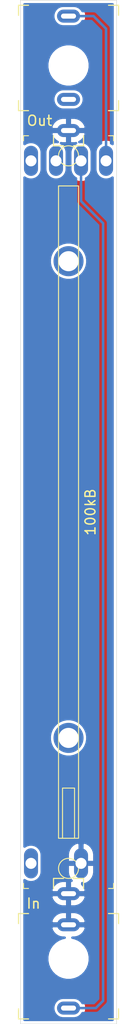
<source format=kicad_pcb>
(kicad_pcb (version 20171130) (host pcbnew "(5.1.9)-1")

  (general
    (thickness 1.6)
    (drawings 4)
    (tracks 9)
    (zones 0)
    (modules 3)
    (nets 4)
  )

  (page A4)
  (layers
    (0 F.Cu signal)
    (31 B.Cu signal)
    (32 B.Adhes user)
    (33 F.Adhes user)
    (34 B.Paste user)
    (35 F.Paste user)
    (36 B.SilkS user)
    (37 F.SilkS user)
    (38 B.Mask user)
    (39 F.Mask user)
    (40 Dwgs.User user)
    (41 Cmts.User user)
    (42 Eco1.User user)
    (43 Eco2.User user)
    (44 Edge.Cuts user)
    (45 Margin user)
    (46 B.CrtYd user)
    (47 F.CrtYd user)
    (48 B.Fab user)
    (49 F.Fab user)
  )

  (setup
    (last_trace_width 0.25)
    (trace_clearance 0.2)
    (zone_clearance 0.254)
    (zone_45_only no)
    (trace_min 0.2)
    (via_size 0.8)
    (via_drill 0.4)
    (via_min_size 0.4)
    (via_min_drill 0.3)
    (uvia_size 0.3)
    (uvia_drill 0.1)
    (uvias_allowed no)
    (uvia_min_size 0.2)
    (uvia_min_drill 0.1)
    (edge_width 0.05)
    (segment_width 0.2)
    (pcb_text_width 0.3)
    (pcb_text_size 1.5 1.5)
    (mod_edge_width 0.12)
    (mod_text_size 1 1)
    (mod_text_width 0.15)
    (pad_size 1.524 1.524)
    (pad_drill 0.762)
    (pad_to_mask_clearance 0)
    (aux_axis_origin 0 0)
    (visible_elements 7FFFFFFF)
    (pcbplotparams
      (layerselection 0x010f0_ffffffff)
      (usegerberextensions false)
      (usegerberattributes false)
      (usegerberadvancedattributes false)
      (creategerberjobfile false)
      (excludeedgelayer true)
      (linewidth 0.100000)
      (plotframeref false)
      (viasonmask false)
      (mode 1)
      (useauxorigin false)
      (hpglpennumber 1)
      (hpglpenspeed 20)
      (hpglpendiameter 15.000000)
      (psnegative false)
      (psa4output false)
      (plotreference false)
      (plotvalue false)
      (plotinvisibletext false)
      (padsonsilk false)
      (subtractmaskfromsilk false)
      (outputformat 1)
      (mirror false)
      (drillshape 0)
      (scaleselection 1)
      (outputdirectory "plots/"))
  )

  (net 0 "")
  (net 1 "Net-(J1-PadT)")
  (net 2 "Net-(J2-PadT)")
  (net 3 GND)

  (net_class Default "This is the default net class."
    (clearance 0.2)
    (trace_width 0.25)
    (via_dia 0.8)
    (via_drill 0.4)
    (uvia_dia 0.3)
    (uvia_drill 0.1)
    (add_net GND)
    (add_net "Net-(J1-PadT)")
    (add_net "Net-(J2-PadT)")
    (add_net "Net-(J2-PadTN)")
    (add_net "Net-(RV1-Pad4)")
    (add_net "Net-(RV1-Pad5)")
    (add_net "Net-(RV1-Pad6)")
  )

  (module Potentiometer_Fader_THT:Potentiometer_Fader_Alps_RS__01_Dual (layer F.Cu) (tedit 604DE455) (tstamp 604E2BC8)
    (at 4.8 51 270)
    (path /604DDB8D)
    (fp_text reference RV1 (at 0 3 90) (layer Dwgs.User)
      (effects (font (size 1 1) (thickness 0.15)))
    )
    (fp_text value 100kB (at 0 -2.185 90) (layer F.SilkS)
      (effects (font (size 1 1) (thickness 0.15)))
    )
    (fp_line (start -37.5 -4.5) (end 37.5 -4.5) (layer F.Fab) (width 0.1))
    (fp_line (start 37.5 -4.5) (end 37.5 4.5) (layer F.Fab) (width 0.1))
    (fp_line (start 37.5 4.5) (end -37.5 4.5) (layer F.Fab) (width 0.1))
    (fp_line (start -37.5 4.5) (end -37.5 -4.5) (layer F.Fab) (width 0.1))
    (fp_circle (center -35.5 0) (end -34.5 0) (layer F.SilkS) (width 0.1))
    (fp_circle (center 35.5 0) (end 36.5 0) (layer F.SilkS) (width 0.1))
    (fp_line (start -32.5 -1) (end 32.5 -1) (layer F.SilkS) (width 0.1))
    (fp_line (start 32.5 -1) (end 32.5 1) (layer F.SilkS) (width 0.1))
    (fp_line (start -32.5 1) (end 32.5 1) (layer F.SilkS) (width 0.1))
    (fp_line (start -32.5 1) (end -32.5 -1) (layer F.SilkS) (width 0.1))
    (fp_line (start 27.5 -0.6) (end 32.5 -0.6) (layer F.SilkS) (width 0.1))
    (fp_line (start 27.5 0.6) (end 32.5 0.6) (layer F.SilkS) (width 0.1))
    (fp_line (start 27.5 0.6) (end 27.5 -0.6) (layer F.SilkS) (width 0.1))
    (fp_line (start -37.5 -4.5) (end -37 -4.5) (layer F.SilkS) (width 0.1))
    (fp_line (start -37.5 -4.5) (end -37.5 -4) (layer F.SilkS) (width 0.1))
    (fp_line (start -37.5 4.5) (end -37.5 4) (layer F.SilkS) (width 0.1))
    (fp_line (start -37.5 4.5) (end -37 4.5) (layer F.SilkS) (width 0.1))
    (fp_line (start 37.5 -4.5) (end 37.5 -4) (layer F.SilkS) (width 0.1))
    (fp_line (start 37.5 -4.5) (end 37 -4.5) (layer F.SilkS) (width 0.1))
    (fp_line (start 37.5 4.5) (end 37.5 4) (layer F.SilkS) (width 0.1))
    (fp_line (start 37.5 4.5) (end 37 4.5) (layer F.SilkS) (width 0.1))
    (pad 6 thru_hole oval (at 35 3.75 270) (size 3 1.4) (drill 1.1) (layers *.Cu *.Mask))
    (pad 3 thru_hole oval (at 35 -1.25 270) (size 3 1.4) (drill 1.1) (layers *.Cu *.Mask)
      (net 3 GND))
    (pad 4 thru_hole oval (at -35 3.75 270) (size 3 1.4) (drill 1.1) (layers *.Cu *.Mask))
    (pad 5 thru_hole oval (at -35 1.25 270) (size 3 1.4) (drill 1.1) (layers *.Cu *.Mask))
    (pad 1 thru_hole oval (at -35 -1.25 270) (size 3 1.4) (drill 1.1) (layers *.Cu *.Mask)
      (net 1 "Net-(J1-PadT)"))
    (pad 2 thru_hole oval (at -35 -3.75 270) (size 3 1.4) (drill 1.1) (layers *.Cu *.Mask)
      (net 2 "Net-(J2-PadT)"))
    (pad GND thru_hole circle (at 22.5 0 270) (size 3 3) (drill 2) (layers *.Cu *.Mask))
    (pad GND thru_hole circle (at -25 0 270) (size 3 3) (drill 2) (layers *.Cu *.Mask))
  )

  (module Connector_Audio_PJSeries:PJ-301-M-12 (layer F.Cu) (tedit 60374E87) (tstamp 604E2D64)
    (at 4.8 6.5)
    (path /604DF403)
    (fp_text reference J2 (at 6 0 90) (layer Dwgs.User)
      (effects (font (size 1 1) (thickness 0.15)))
    )
    (fp_text value Out (at -2.895 5.5 180) (layer F.SilkS)
      (effects (font (size 1 1) (thickness 0.15)))
    )
    (fp_line (start 1.5 8) (end 1.5 7) (layer F.SilkS) (width 0.12))
    (fp_line (start 0.5 8) (end 1.5 8) (layer F.SilkS) (width 0.12))
    (fp_line (start -1.5 8) (end -0.5 8) (layer F.SilkS) (width 0.12))
    (fp_line (start -1.5 7) (end -1.5 8) (layer F.SilkS) (width 0.12))
    (fp_line (start -5 -6) (end 5 -6) (layer F.Fab) (width 0.12))
    (fp_line (start 5 -6) (end 5 4.5) (layer F.Fab) (width 0.12))
    (fp_line (start 5 4.5) (end -5 4.5) (layer F.Fab) (width 0.12))
    (fp_line (start -5 4.5) (end -5 -6) (layer F.Fab) (width 0.12))
    (fp_circle (center 0 0) (end 3 0) (layer F.Fab) (width 0.12))
    (fp_line (start 4 -6) (end 5 -6) (layer F.SilkS) (width 0.12))
    (fp_line (start 5 -6) (end 5 -5) (layer F.SilkS) (width 0.12))
    (fp_line (start -4 -6) (end -5 -6) (layer F.SilkS) (width 0.12))
    (fp_line (start -5 -6) (end -5 -5) (layer F.SilkS) (width 0.12))
    (fp_line (start -5 3.5) (end -5 4.5) (layer F.SilkS) (width 0.12))
    (fp_line (start -5 4.5) (end -4 4.5) (layer F.SilkS) (width 0.12))
    (fp_line (start 5 3.5) (end 5 4.5) (layer F.SilkS) (width 0.12))
    (fp_line (start 5 4.5) (end 4 4.5) (layer F.SilkS) (width 0.12))
    (fp_line (start -1.5 4.5) (end -1.5 8) (layer F.Fab) (width 0.12))
    (fp_line (start -1.5 8) (end 1.5 8) (layer F.Fab) (width 0.12))
    (fp_line (start 1.5 8) (end 1.5 4.5) (layer F.Fab) (width 0.12))
    (pad T thru_hole oval (at 0 -4.92) (size 2.3 1.3) (drill oval 1.5 0.5) (layers *.Cu *.Mask)
      (net 2 "Net-(J2-PadT)"))
    (pad TN thru_hole oval (at 0 3.38) (size 2.3 1.3) (drill oval 1.5 0.5) (layers *.Cu *.Mask))
    (pad S thru_hole oval (at 0 6.48) (size 2.3 1.3) (drill oval 1.5 0.5) (layers *.Cu *.Mask)
      (net 3 GND))
    (pad "" np_thru_hole circle (at 0 0) (size 3.5 3.5) (drill 3.5) (layers *.Cu *.Mask))
  )

  (module Connector_Audio_PJSeries:PJ-301-M-12 (layer F.Cu) (tedit 60374E87) (tstamp 604E2D48)
    (at 4.8 95.5 180)
    (path /604DD408)
    (fp_text reference J1 (at 6 0 90) (layer Dwgs.User)
      (effects (font (size 1 1) (thickness 0.15)))
    )
    (fp_text value In (at 3.5 5.5 180) (layer F.SilkS)
      (effects (font (size 1 1) (thickness 0.15)))
    )
    (fp_line (start 1.5 8) (end 1.5 7) (layer F.SilkS) (width 0.12))
    (fp_line (start 0.5 8) (end 1.5 8) (layer F.SilkS) (width 0.12))
    (fp_line (start -1.5 8) (end -0.5 8) (layer F.SilkS) (width 0.12))
    (fp_line (start -1.5 7) (end -1.5 8) (layer F.SilkS) (width 0.12))
    (fp_line (start -5 -6) (end 5 -6) (layer F.Fab) (width 0.12))
    (fp_line (start 5 -6) (end 5 4.5) (layer F.Fab) (width 0.12))
    (fp_line (start 5 4.5) (end -5 4.5) (layer F.Fab) (width 0.12))
    (fp_line (start -5 4.5) (end -5 -6) (layer F.Fab) (width 0.12))
    (fp_circle (center 0 0) (end 3 0) (layer F.Fab) (width 0.12))
    (fp_line (start 4 -6) (end 5 -6) (layer F.SilkS) (width 0.12))
    (fp_line (start 5 -6) (end 5 -5) (layer F.SilkS) (width 0.12))
    (fp_line (start -4 -6) (end -5 -6) (layer F.SilkS) (width 0.12))
    (fp_line (start -5 -6) (end -5 -5) (layer F.SilkS) (width 0.12))
    (fp_line (start -5 3.5) (end -5 4.5) (layer F.SilkS) (width 0.12))
    (fp_line (start -5 4.5) (end -4 4.5) (layer F.SilkS) (width 0.12))
    (fp_line (start 5 3.5) (end 5 4.5) (layer F.SilkS) (width 0.12))
    (fp_line (start 5 4.5) (end 4 4.5) (layer F.SilkS) (width 0.12))
    (fp_line (start -1.5 4.5) (end -1.5 8) (layer F.Fab) (width 0.12))
    (fp_line (start -1.5 8) (end 1.5 8) (layer F.Fab) (width 0.12))
    (fp_line (start 1.5 8) (end 1.5 4.5) (layer F.Fab) (width 0.12))
    (pad T thru_hole oval (at 0 -4.92 180) (size 2.3 1.3) (drill oval 1.5 0.5) (layers *.Cu *.Mask)
      (net 1 "Net-(J1-PadT)"))
    (pad TN thru_hole oval (at 0 3.38 180) (size 2.3 1.3) (drill oval 1.5 0.5) (layers *.Cu *.Mask)
      (net 3 GND))
    (pad S thru_hole oval (at 0 6.48 180) (size 2.3 1.3) (drill oval 1.5 0.5) (layers *.Cu *.Mask)
      (net 3 GND))
    (pad "" np_thru_hole circle (at 0 0 180) (size 3.5 3.5) (drill 3.5) (layers *.Cu *.Mask))
  )

  (gr_line (start 0 0) (end 0 102) (layer Edge.Cuts) (width 0.05) (tstamp 604E2FDC))
  (gr_line (start 0 102) (end 9.6 102) (layer Edge.Cuts) (width 0.05))
  (gr_line (start 9.6 0) (end 9.6 102) (layer Edge.Cuts) (width 0.05))
  (gr_line (start 0 0) (end 9.6 0) (layer Edge.Cuts) (width 0.05))

  (segment (start 7.53 100.42) (end 4.8 100.42) (width 0.25) (layer B.Cu) (net 1))
  (segment (start 8.255 99.695) (end 7.53 100.42) (width 0.25) (layer B.Cu) (net 1))
  (segment (start 8.255 22.225) (end 8.255 99.695) (width 0.25) (layer B.Cu) (net 1))
  (segment (start 6.05 20.02) (end 8.255 22.225) (width 0.25) (layer B.Cu) (net 1))
  (segment (start 6.05 16) (end 6.05 20.02) (width 0.25) (layer B.Cu) (net 1))
  (segment (start 8.55 16) (end 8.55 2.835) (width 0.25) (layer B.Cu) (net 2))
  (segment (start 8.55 2.835) (end 7.62 1.905) (width 0.25) (layer B.Cu) (net 2))
  (segment (start 4.8 1.58) (end 7.295 1.58) (width 0.25) (layer B.Cu) (net 2))
  (segment (start 7.295 1.58) (end 7.62 1.905) (width 0.25) (layer B.Cu) (net 2))

  (zone (net 3) (net_name GND) (layer F.Cu) (tstamp 604E36C5) (hatch edge 0.508)
    (connect_pads (clearance 0.508))
    (min_thickness 0.254)
    (fill yes (arc_segments 32) (thermal_gap 0.508) (thermal_bridge_width 0.508))
    (polygon
      (pts
        (xy 9.6 102) (xy 0 102) (xy 0 0) (xy 9.6 0)
      )
    )
    (filled_polygon
      (pts
        (xy 7.310653 17.313353) (xy 7.434618 17.545274) (xy 7.601445 17.748555) (xy 7.804725 17.915382) (xy 8.036646 18.039347)
        (xy 8.288294 18.115683) (xy 8.55 18.141459) (xy 8.811705 18.115683) (xy 8.94 18.076765) (xy 8.940001 101.34)
        (xy 6.204533 101.34) (xy 6.213028 101.333028) (xy 6.373608 101.137362) (xy 6.492929 100.914127) (xy 6.566407 100.671904)
        (xy 6.591217 100.42) (xy 6.566407 100.168096) (xy 6.492929 99.925873) (xy 6.373608 99.702638) (xy 6.213028 99.506972)
        (xy 6.017362 99.346392) (xy 5.794127 99.227071) (xy 5.551904 99.153593) (xy 5.363123 99.135) (xy 4.236877 99.135)
        (xy 4.048096 99.153593) (xy 3.805873 99.227071) (xy 3.582638 99.346392) (xy 3.386972 99.506972) (xy 3.226392 99.702638)
        (xy 3.107071 99.925873) (xy 3.033593 100.168096) (xy 3.008783 100.42) (xy 3.033593 100.671904) (xy 3.107071 100.914127)
        (xy 3.226392 101.137362) (xy 3.386972 101.333028) (xy 3.395467 101.34) (xy 0.66 101.34) (xy 0.66 95.265098)
        (xy 2.415 95.265098) (xy 2.415 95.734902) (xy 2.506654 96.195679) (xy 2.68644 96.629721) (xy 2.94745 97.020349)
        (xy 3.279651 97.35255) (xy 3.670279 97.61356) (xy 4.104321 97.793346) (xy 4.565098 97.885) (xy 5.034902 97.885)
        (xy 5.495679 97.793346) (xy 5.929721 97.61356) (xy 6.320349 97.35255) (xy 6.65255 97.020349) (xy 6.91356 96.629721)
        (xy 7.093346 96.195679) (xy 7.185 95.734902) (xy 7.185 95.265098) (xy 7.093346 94.804321) (xy 6.91356 94.370279)
        (xy 6.65255 93.979651) (xy 6.320349 93.64745) (xy 5.929721 93.38644) (xy 5.765135 93.318266) (xy 5.909081 93.258585)
        (xy 6.119505 93.117882) (xy 6.298436 92.93883) (xy 6.438997 92.728311) (xy 6.535787 92.494415) (xy 6.543099 92.445471)
        (xy 6.419067 92.247) (xy 4.927 92.247) (xy 4.927 92.267) (xy 4.673 92.267) (xy 4.673 92.247)
        (xy 3.180933 92.247) (xy 3.056901 92.445471) (xy 3.064213 92.494415) (xy 3.161003 92.728311) (xy 3.301564 92.93883)
        (xy 3.480495 93.117882) (xy 3.690919 93.258585) (xy 3.834865 93.318266) (xy 3.670279 93.38644) (xy 3.279651 93.64745)
        (xy 2.94745 93.979651) (xy 2.68644 94.370279) (xy 2.506654 94.804321) (xy 2.415 95.265098) (xy 0.66 95.265098)
        (xy 0.66 91.794529) (xy 3.056901 91.794529) (xy 3.180933 91.993) (xy 4.673 91.993) (xy 4.673 90.835)
        (xy 4.927 90.835) (xy 4.927 91.993) (xy 6.419067 91.993) (xy 6.543099 91.794529) (xy 6.535787 91.745585)
        (xy 6.438997 91.511689) (xy 6.298436 91.30117) (xy 6.119505 91.122118) (xy 5.909081 90.981415) (xy 5.675251 90.884467)
        (xy 5.427 90.835) (xy 4.927 90.835) (xy 4.673 90.835) (xy 4.173 90.835) (xy 3.924749 90.884467)
        (xy 3.690919 90.981415) (xy 3.480495 91.122118) (xy 3.301564 91.30117) (xy 3.161003 91.511689) (xy 3.064213 91.745585)
        (xy 3.056901 91.794529) (xy 0.66 91.794529) (xy 0.66 89.345471) (xy 3.056901 89.345471) (xy 3.064213 89.394415)
        (xy 3.161003 89.628311) (xy 3.301564 89.83883) (xy 3.480495 90.017882) (xy 3.690919 90.158585) (xy 3.924749 90.255533)
        (xy 4.173 90.305) (xy 4.673 90.305) (xy 4.673 89.147) (xy 4.927 89.147) (xy 4.927 90.305)
        (xy 5.427 90.305) (xy 5.675251 90.255533) (xy 5.909081 90.158585) (xy 6.119505 90.017882) (xy 6.298436 89.83883)
        (xy 6.438997 89.628311) (xy 6.535787 89.394415) (xy 6.543099 89.345471) (xy 6.419067 89.147) (xy 4.927 89.147)
        (xy 4.673 89.147) (xy 3.180933 89.147) (xy 3.056901 89.345471) (xy 0.66 89.345471) (xy 0.66 88.694529)
        (xy 3.056901 88.694529) (xy 3.180933 88.893) (xy 4.673 88.893) (xy 4.673 87.735) (xy 4.173 87.735)
        (xy 3.924749 87.784467) (xy 3.690919 87.881415) (xy 3.480495 88.022118) (xy 3.301564 88.20117) (xy 3.161003 88.411689)
        (xy 3.064213 88.645585) (xy 3.056901 88.694529) (xy 0.66 88.694529) (xy 0.66 88.076766) (xy 0.788294 88.115683)
        (xy 1.05 88.141459) (xy 1.311705 88.115683) (xy 1.563353 88.039347) (xy 1.795274 87.915382) (xy 1.998555 87.748555)
        (xy 2.165382 87.545275) (xy 2.289347 87.313354) (xy 2.365683 87.061706) (xy 2.385 86.865579) (xy 2.385 86.127)
        (xy 4.715 86.127) (xy 4.715 86.927) (xy 4.765428 87.185005) (xy 4.865221 87.428215) (xy 5.010545 87.647283)
        (xy 5.09768 87.735) (xy 4.927 87.735) (xy 4.927 88.893) (xy 6.419067 88.893) (xy 6.543099 88.694529)
        (xy 6.535787 88.645585) (xy 6.438997 88.411689) (xy 6.298436 88.20117) (xy 6.177002 88.079654) (xy 6.177002 87.969375)
        (xy 6.383329 88.092716) (xy 6.44355 88.08198) (xy 6.68609 87.980569) (xy 6.904185 87.83379) (xy 7.089455 87.647283)
        (xy 7.234779 87.428215) (xy 7.334572 87.185005) (xy 7.385 86.927) (xy 7.385 86.127) (xy 6.177 86.127)
        (xy 6.177 86.147) (xy 5.923 86.147) (xy 5.923 86.127) (xy 4.715 86.127) (xy 2.385 86.127)
        (xy 2.385 85.134421) (xy 2.378951 85.073) (xy 4.715 85.073) (xy 4.715 85.873) (xy 5.923 85.873)
        (xy 5.923 84.030626) (xy 6.177 84.030626) (xy 6.177 85.873) (xy 7.385 85.873) (xy 7.385 85.073)
        (xy 7.334572 84.814995) (xy 7.234779 84.571785) (xy 7.089455 84.352717) (xy 6.904185 84.16621) (xy 6.68609 84.019431)
        (xy 6.44355 83.91802) (xy 6.383329 83.907284) (xy 6.177 84.030626) (xy 5.923 84.030626) (xy 5.716671 83.907284)
        (xy 5.65645 83.91802) (xy 5.41391 84.019431) (xy 5.195815 84.16621) (xy 5.010545 84.352717) (xy 4.865221 84.571785)
        (xy 4.765428 84.814995) (xy 4.715 85.073) (xy 2.378951 85.073) (xy 2.365683 84.938294) (xy 2.289347 84.686646)
        (xy 2.165382 84.454725) (xy 1.998555 84.251445) (xy 1.795275 84.084618) (xy 1.563354 83.960653) (xy 1.311706 83.884317)
        (xy 1.05 83.858541) (xy 0.788295 83.884317) (xy 0.66 83.923235) (xy 0.66 73.289721) (xy 2.665 73.289721)
        (xy 2.665 73.710279) (xy 2.747047 74.122756) (xy 2.907988 74.511302) (xy 3.141637 74.860983) (xy 3.439017 75.158363)
        (xy 3.788698 75.392012) (xy 4.177244 75.552953) (xy 4.589721 75.635) (xy 5.010279 75.635) (xy 5.422756 75.552953)
        (xy 5.811302 75.392012) (xy 6.160983 75.158363) (xy 6.458363 74.860983) (xy 6.692012 74.511302) (xy 6.852953 74.122756)
        (xy 6.935 73.710279) (xy 6.935 73.289721) (xy 6.852953 72.877244) (xy 6.692012 72.488698) (xy 6.458363 72.139017)
        (xy 6.160983 71.841637) (xy 5.811302 71.607988) (xy 5.422756 71.447047) (xy 5.010279 71.365) (xy 4.589721 71.365)
        (xy 4.177244 71.447047) (xy 3.788698 71.607988) (xy 3.439017 71.841637) (xy 3.141637 72.139017) (xy 2.907988 72.488698)
        (xy 2.747047 72.877244) (xy 2.665 73.289721) (xy 0.66 73.289721) (xy 0.66 25.789721) (xy 2.665 25.789721)
        (xy 2.665 26.210279) (xy 2.747047 26.622756) (xy 2.907988 27.011302) (xy 3.141637 27.360983) (xy 3.439017 27.658363)
        (xy 3.788698 27.892012) (xy 4.177244 28.052953) (xy 4.589721 28.135) (xy 5.010279 28.135) (xy 5.422756 28.052953)
        (xy 5.811302 27.892012) (xy 6.160983 27.658363) (xy 6.458363 27.360983) (xy 6.692012 27.011302) (xy 6.852953 26.622756)
        (xy 6.935 26.210279) (xy 6.935 25.789721) (xy 6.852953 25.377244) (xy 6.692012 24.988698) (xy 6.458363 24.639017)
        (xy 6.160983 24.341637) (xy 5.811302 24.107988) (xy 5.422756 23.947047) (xy 5.010279 23.865) (xy 4.589721 23.865)
        (xy 4.177244 23.947047) (xy 3.788698 24.107988) (xy 3.439017 24.341637) (xy 3.141637 24.639017) (xy 2.907988 24.988698)
        (xy 2.747047 25.377244) (xy 2.665 25.789721) (xy 0.66 25.789721) (xy 0.66 18.076766) (xy 0.788294 18.115683)
        (xy 1.05 18.141459) (xy 1.311705 18.115683) (xy 1.563353 18.039347) (xy 1.795274 17.915382) (xy 1.998555 17.748555)
        (xy 2.165382 17.545275) (xy 2.289347 17.313354) (xy 2.3 17.278235) (xy 2.310653 17.313353) (xy 2.434618 17.545274)
        (xy 2.601445 17.748555) (xy 2.804725 17.915382) (xy 3.036646 18.039347) (xy 3.288294 18.115683) (xy 3.55 18.141459)
        (xy 3.811705 18.115683) (xy 4.063353 18.039347) (xy 4.295274 17.915382) (xy 4.498555 17.748555) (xy 4.665382 17.545275)
        (xy 4.789347 17.313354) (xy 4.8 17.278235) (xy 4.810653 17.313353) (xy 4.934618 17.545274) (xy 5.101445 17.748555)
        (xy 5.304725 17.915382) (xy 5.536646 18.039347) (xy 5.788294 18.115683) (xy 6.05 18.141459) (xy 6.311705 18.115683)
        (xy 6.563353 18.039347) (xy 6.795274 17.915382) (xy 6.998555 17.748555) (xy 7.165382 17.545275) (xy 7.289347 17.313354)
        (xy 7.3 17.278235)
      )
    )
    (filled_polygon
      (pts
        (xy 3.386972 0.666972) (xy 3.226392 0.862638) (xy 3.107071 1.085873) (xy 3.033593 1.328096) (xy 3.008783 1.58)
        (xy 3.033593 1.831904) (xy 3.107071 2.074127) (xy 3.226392 2.297362) (xy 3.386972 2.493028) (xy 3.582638 2.653608)
        (xy 3.805873 2.772929) (xy 4.048096 2.846407) (xy 4.236877 2.865) (xy 5.363123 2.865) (xy 5.551904 2.846407)
        (xy 5.794127 2.772929) (xy 6.017362 2.653608) (xy 6.213028 2.493028) (xy 6.373608 2.297362) (xy 6.492929 2.074127)
        (xy 6.566407 1.831904) (xy 6.591217 1.58) (xy 6.566407 1.328096) (xy 6.492929 1.085873) (xy 6.373608 0.862638)
        (xy 6.213028 0.666972) (xy 6.204533 0.66) (xy 8.94 0.66) (xy 8.94 13.923234) (xy 8.811706 13.884317)
        (xy 8.55 13.858541) (xy 8.288295 13.884317) (xy 8.036647 13.960653) (xy 7.804726 14.084618) (xy 7.601446 14.251445)
        (xy 7.434619 14.454725) (xy 7.310654 14.686646) (xy 7.3 14.721766) (xy 7.289347 14.686646) (xy 7.165382 14.454725)
        (xy 6.998555 14.251445) (xy 6.795275 14.084618) (xy 6.563354 13.960653) (xy 6.311706 13.884317) (xy 6.221851 13.875467)
        (xy 6.298436 13.79883) (xy 6.438997 13.588311) (xy 6.535787 13.354415) (xy 6.543099 13.305471) (xy 6.419067 13.107)
        (xy 4.927 13.107) (xy 4.927 14.265) (xy 5.090322 14.265) (xy 4.934619 14.454725) (xy 4.810654 14.686646)
        (xy 4.8 14.721766) (xy 4.789347 14.686646) (xy 4.665382 14.454725) (xy 4.509679 14.265) (xy 4.673 14.265)
        (xy 4.673 13.107) (xy 3.180933 13.107) (xy 3.056901 13.305471) (xy 3.064213 13.354415) (xy 3.161003 13.588311)
        (xy 3.301564 13.79883) (xy 3.378149 13.875467) (xy 3.288295 13.884317) (xy 3.036647 13.960653) (xy 2.804726 14.084618)
        (xy 2.601446 14.251445) (xy 2.434619 14.454725) (xy 2.310654 14.686646) (xy 2.3 14.721766) (xy 2.289347 14.686646)
        (xy 2.165382 14.454725) (xy 1.998555 14.251445) (xy 1.795275 14.084618) (xy 1.563354 13.960653) (xy 1.311706 13.884317)
        (xy 1.05 13.858541) (xy 0.788295 13.884317) (xy 0.66 13.923235) (xy 0.66 12.654529) (xy 3.056901 12.654529)
        (xy 3.180933 12.853) (xy 4.673 12.853) (xy 4.673 11.695) (xy 4.927 11.695) (xy 4.927 12.853)
        (xy 6.419067 12.853) (xy 6.543099 12.654529) (xy 6.535787 12.605585) (xy 6.438997 12.371689) (xy 6.298436 12.16117)
        (xy 6.119505 11.982118) (xy 5.909081 11.841415) (xy 5.675251 11.744467) (xy 5.427 11.695) (xy 4.927 11.695)
        (xy 4.673 11.695) (xy 4.173 11.695) (xy 3.924749 11.744467) (xy 3.690919 11.841415) (xy 3.480495 11.982118)
        (xy 3.301564 12.16117) (xy 3.161003 12.371689) (xy 3.064213 12.605585) (xy 3.056901 12.654529) (xy 0.66 12.654529)
        (xy 0.66 6.265098) (xy 2.415 6.265098) (xy 2.415 6.734902) (xy 2.506654 7.195679) (xy 2.68644 7.629721)
        (xy 2.94745 8.020349) (xy 3.279651 8.35255) (xy 3.670279 8.61356) (xy 3.830047 8.679738) (xy 3.805873 8.687071)
        (xy 3.582638 8.806392) (xy 3.386972 8.966972) (xy 3.226392 9.162638) (xy 3.107071 9.385873) (xy 3.033593 9.628096)
        (xy 3.008783 9.88) (xy 3.033593 10.131904) (xy 3.107071 10.374127) (xy 3.226392 10.597362) (xy 3.386972 10.793028)
        (xy 3.582638 10.953608) (xy 3.805873 11.072929) (xy 4.048096 11.146407) (xy 4.236877 11.165) (xy 5.363123 11.165)
        (xy 5.551904 11.146407) (xy 5.794127 11.072929) (xy 6.017362 10.953608) (xy 6.213028 10.793028) (xy 6.373608 10.597362)
        (xy 6.492929 10.374127) (xy 6.566407 10.131904) (xy 6.591217 9.88) (xy 6.566407 9.628096) (xy 6.492929 9.385873)
        (xy 6.373608 9.162638) (xy 6.213028 8.966972) (xy 6.017362 8.806392) (xy 5.794127 8.687071) (xy 5.769953 8.679738)
        (xy 5.929721 8.61356) (xy 6.320349 8.35255) (xy 6.65255 8.020349) (xy 6.91356 7.629721) (xy 7.093346 7.195679)
        (xy 7.185 6.734902) (xy 7.185 6.265098) (xy 7.093346 5.804321) (xy 6.91356 5.370279) (xy 6.65255 4.979651)
        (xy 6.320349 4.64745) (xy 5.929721 4.38644) (xy 5.495679 4.206654) (xy 5.034902 4.115) (xy 4.565098 4.115)
        (xy 4.104321 4.206654) (xy 3.670279 4.38644) (xy 3.279651 4.64745) (xy 2.94745 4.979651) (xy 2.68644 5.370279)
        (xy 2.506654 5.804321) (xy 2.415 6.265098) (xy 0.66 6.265098) (xy 0.66 0.66) (xy 3.395467 0.66)
      )
    )
  )
  (zone (net 3) (net_name GND) (layer B.Cu) (tstamp 604E36C2) (hatch edge 0.508)
    (connect_pads (clearance 0.254))
    (min_thickness 0.254)
    (fill yes (arc_segments 32) (thermal_gap 0.508) (thermal_bridge_width 0.508))
    (polygon
      (pts
        (xy 9.6 102) (xy 0 102) (xy 0 0) (xy 9.6 0)
      )
    )
    (filled_polygon
      (pts
        (xy 9.194 14.330089) (xy 9.153477 14.296833) (xy 9.056 14.24473) (xy 9.056 2.859854) (xy 9.058448 2.835)
        (xy 9.048678 2.735807) (xy 9.019745 2.640425) (xy 8.996043 2.596082) (xy 8.972759 2.552521) (xy 8.909527 2.475473)
        (xy 8.89022 2.459628) (xy 7.960221 1.52963) (xy 7.670376 1.239785) (xy 7.654527 1.220473) (xy 7.577479 1.157241)
        (xy 7.489575 1.110255) (xy 7.394193 1.081322) (xy 7.319854 1.074) (xy 7.319846 1.074) (xy 7.295 1.071553)
        (xy 7.270154 1.074) (xy 6.198575 1.074) (xy 6.161393 1.004436) (xy 6.032554 0.847446) (xy 5.875564 0.718607)
        (xy 5.696455 0.622872) (xy 5.502111 0.563918) (xy 5.350645 0.549) (xy 4.249355 0.549) (xy 4.097889 0.563918)
        (xy 3.903545 0.622872) (xy 3.724436 0.718607) (xy 3.567446 0.847446) (xy 3.438607 1.004436) (xy 3.342872 1.183545)
        (xy 3.283918 1.377889) (xy 3.264012 1.58) (xy 3.283918 1.782111) (xy 3.342872 1.976455) (xy 3.438607 2.155564)
        (xy 3.567446 2.312554) (xy 3.724436 2.441393) (xy 3.903545 2.537128) (xy 4.097889 2.596082) (xy 4.249355 2.611)
        (xy 5.350645 2.611) (xy 5.502111 2.596082) (xy 5.696455 2.537128) (xy 5.875564 2.441393) (xy 6.032554 2.312554)
        (xy 6.161393 2.155564) (xy 6.198575 2.086) (xy 7.085409 2.086) (xy 7.24463 2.245221) (xy 8.044001 3.044593)
        (xy 8.044 14.244731) (xy 7.946524 14.296833) (xy 7.78192 14.431919) (xy 7.646834 14.596523) (xy 7.546455 14.784318)
        (xy 7.484642 14.988087) (xy 7.469 15.1469) (xy 7.469 16.853099) (xy 7.484642 17.011912) (xy 7.546454 17.215681)
        (xy 7.646833 17.403477) (xy 7.781919 17.568081) (xy 7.946523 17.703167) (xy 8.134318 17.803546) (xy 8.338087 17.865358)
        (xy 8.55 17.88623) (xy 8.761912 17.865358) (xy 8.965681 17.803546) (xy 9.153477 17.703167) (xy 9.194 17.669911)
        (xy 9.194001 101.594) (xy 0.406 101.594) (xy 0.406 100.42) (xy 3.264012 100.42) (xy 3.283918 100.622111)
        (xy 3.342872 100.816455) (xy 3.438607 100.995564) (xy 3.567446 101.152554) (xy 3.724436 101.281393) (xy 3.903545 101.377128)
        (xy 4.097889 101.436082) (xy 4.249355 101.451) (xy 5.350645 101.451) (xy 5.502111 101.436082) (xy 5.696455 101.377128)
        (xy 5.875564 101.281393) (xy 6.032554 101.152554) (xy 6.161393 100.995564) (xy 6.198575 100.926) (xy 7.505154 100.926)
        (xy 7.53 100.928447) (xy 7.554846 100.926) (xy 7.554854 100.926) (xy 7.629193 100.918678) (xy 7.724575 100.889745)
        (xy 7.812479 100.842759) (xy 7.889527 100.779527) (xy 7.905376 100.760215) (xy 8.59522 100.070372) (xy 8.614527 100.054527)
        (xy 8.677759 99.977479) (xy 8.724745 99.889575) (xy 8.753678 99.794193) (xy 8.761 99.719854) (xy 8.763448 99.695)
        (xy 8.761 99.670146) (xy 8.761 22.249854) (xy 8.763448 22.225) (xy 8.753678 22.125807) (xy 8.724745 22.030425)
        (xy 8.677759 21.942521) (xy 8.614527 21.865473) (xy 8.59522 21.849628) (xy 6.556 19.810409) (xy 6.556 17.75527)
        (xy 6.653477 17.703167) (xy 6.818081 17.568081) (xy 6.953167 17.403477) (xy 7.053546 17.215682) (xy 7.115358 17.011913)
        (xy 7.131 16.8531) (xy 7.131 15.1469) (xy 7.115358 14.988087) (xy 7.053546 14.784318) (xy 6.953167 14.596523)
        (xy 6.818081 14.431919) (xy 6.653477 14.296833) (xy 6.465682 14.196454) (xy 6.261913 14.134642) (xy 6.05 14.11377)
        (xy 5.880406 14.130474) (xy 5.909081 14.118585) (xy 6.119505 13.977882) (xy 6.298436 13.79883) (xy 6.438997 13.588311)
        (xy 6.535787 13.354415) (xy 6.543099 13.305471) (xy 6.419067 13.107) (xy 4.927 13.107) (xy 4.927 14.265)
        (xy 5.427 14.265) (xy 5.553081 14.239877) (xy 5.446524 14.296833) (xy 5.28192 14.431919) (xy 5.146834 14.596523)
        (xy 5.046455 14.784318) (xy 4.984642 14.988087) (xy 4.969 15.1469) (xy 4.969 16.853099) (xy 4.984642 17.011912)
        (xy 5.046454 17.215681) (xy 5.146833 17.403477) (xy 5.281919 17.568081) (xy 5.446523 17.703167) (xy 5.544 17.75527)
        (xy 5.544001 19.995144) (xy 5.541553 20.02) (xy 5.551322 20.119192) (xy 5.580255 20.214574) (xy 5.580256 20.214575)
        (xy 5.627242 20.302479) (xy 5.690474 20.379527) (xy 5.709781 20.395372) (xy 7.749 22.434592) (xy 7.749001 99.485407)
        (xy 7.320409 99.914) (xy 6.198575 99.914) (xy 6.161393 99.844436) (xy 6.032554 99.687446) (xy 5.875564 99.558607)
        (xy 5.696455 99.462872) (xy 5.502111 99.403918) (xy 5.350645 99.389) (xy 4.249355 99.389) (xy 4.097889 99.403918)
        (xy 3.903545 99.462872) (xy 3.724436 99.558607) (xy 3.567446 99.687446) (xy 3.438607 99.844436) (xy 3.342872 100.023545)
        (xy 3.283918 100.217889) (xy 3.264012 100.42) (xy 0.406 100.42) (xy 0.406 95.290115) (xy 2.669 95.290115)
        (xy 2.669 95.709885) (xy 2.750893 96.12159) (xy 2.911532 96.509407) (xy 3.144744 96.858433) (xy 3.441567 97.155256)
        (xy 3.790593 97.388468) (xy 4.17841 97.549107) (xy 4.590115 97.631) (xy 5.009885 97.631) (xy 5.42159 97.549107)
        (xy 5.809407 97.388468) (xy 6.158433 97.155256) (xy 6.455256 96.858433) (xy 6.688468 96.509407) (xy 6.849107 96.12159)
        (xy 6.931 95.709885) (xy 6.931 95.290115) (xy 6.849107 94.87841) (xy 6.688468 94.490593) (xy 6.455256 94.141567)
        (xy 6.158433 93.844744) (xy 5.809407 93.611532) (xy 5.42159 93.450893) (xy 5.19087 93.405) (xy 5.427 93.405)
        (xy 5.675251 93.355533) (xy 5.909081 93.258585) (xy 6.119505 93.117882) (xy 6.298436 92.93883) (xy 6.438997 92.728311)
        (xy 6.535787 92.494415) (xy 6.543099 92.445471) (xy 6.419067 92.247) (xy 4.927 92.247) (xy 4.927 92.267)
        (xy 4.673 92.267) (xy 4.673 92.247) (xy 3.180933 92.247) (xy 3.056901 92.445471) (xy 3.064213 92.494415)
        (xy 3.161003 92.728311) (xy 3.301564 92.93883) (xy 3.480495 93.117882) (xy 3.690919 93.258585) (xy 3.924749 93.355533)
        (xy 4.173 93.405) (xy 4.40913 93.405) (xy 4.17841 93.450893) (xy 3.790593 93.611532) (xy 3.441567 93.844744)
        (xy 3.144744 94.141567) (xy 2.911532 94.490593) (xy 2.750893 94.87841) (xy 2.669 95.290115) (xy 0.406 95.290115)
        (xy 0.406 91.794529) (xy 3.056901 91.794529) (xy 3.180933 91.993) (xy 4.673 91.993) (xy 4.673 90.835)
        (xy 4.927 90.835) (xy 4.927 91.993) (xy 6.419067 91.993) (xy 6.543099 91.794529) (xy 6.535787 91.745585)
        (xy 6.438997 91.511689) (xy 6.298436 91.30117) (xy 6.119505 91.122118) (xy 5.909081 90.981415) (xy 5.675251 90.884467)
        (xy 5.427 90.835) (xy 4.927 90.835) (xy 4.673 90.835) (xy 4.173 90.835) (xy 3.924749 90.884467)
        (xy 3.690919 90.981415) (xy 3.480495 91.122118) (xy 3.301564 91.30117) (xy 3.161003 91.511689) (xy 3.064213 91.745585)
        (xy 3.056901 91.794529) (xy 0.406 91.794529) (xy 0.406 89.345471) (xy 3.056901 89.345471) (xy 3.064213 89.394415)
        (xy 3.161003 89.628311) (xy 3.301564 89.83883) (xy 3.480495 90.017882) (xy 3.690919 90.158585) (xy 3.924749 90.255533)
        (xy 4.173 90.305) (xy 4.673 90.305) (xy 4.673 89.147) (xy 4.927 89.147) (xy 4.927 90.305)
        (xy 5.427 90.305) (xy 5.675251 90.255533) (xy 5.909081 90.158585) (xy 6.119505 90.017882) (xy 6.298436 89.83883)
        (xy 6.438997 89.628311) (xy 6.535787 89.394415) (xy 6.543099 89.345471) (xy 6.419067 89.147) (xy 4.927 89.147)
        (xy 4.673 89.147) (xy 3.180933 89.147) (xy 3.056901 89.345471) (xy 0.406 89.345471) (xy 0.406 88.694529)
        (xy 3.056901 88.694529) (xy 3.180933 88.893) (xy 4.673 88.893) (xy 4.673 87.735) (xy 4.173 87.735)
        (xy 3.924749 87.784467) (xy 3.690919 87.881415) (xy 3.480495 88.022118) (xy 3.301564 88.20117) (xy 3.161003 88.411689)
        (xy 3.064213 88.645585) (xy 3.056901 88.694529) (xy 0.406 88.694529) (xy 0.406 87.669911) (xy 0.446523 87.703167)
        (xy 0.634318 87.803546) (xy 0.838087 87.865358) (xy 1.05 87.88623) (xy 1.261912 87.865358) (xy 1.465681 87.803546)
        (xy 1.653477 87.703167) (xy 1.818081 87.568081) (xy 1.953167 87.403477) (xy 2.053546 87.215682) (xy 2.115358 87.011913)
        (xy 2.131 86.8531) (xy 2.131 86.127) (xy 4.715 86.127) (xy 4.715 86.927) (xy 4.765428 87.185005)
        (xy 4.865221 87.428215) (xy 5.010545 87.647283) (xy 5.09768 87.735) (xy 4.927 87.735) (xy 4.927 88.893)
        (xy 6.419067 88.893) (xy 6.543099 88.694529) (xy 6.535787 88.645585) (xy 6.438997 88.411689) (xy 6.298436 88.20117)
        (xy 6.177002 88.079654) (xy 6.177002 87.969375) (xy 6.383329 88.092716) (xy 6.44355 88.08198) (xy 6.68609 87.980569)
        (xy 6.904185 87.83379) (xy 7.089455 87.647283) (xy 7.234779 87.428215) (xy 7.334572 87.185005) (xy 7.385 86.927)
        (xy 7.385 86.127) (xy 6.177 86.127) (xy 6.177 86.147) (xy 5.923 86.147) (xy 5.923 86.127)
        (xy 4.715 86.127) (xy 2.131 86.127) (xy 2.131 85.1469) (xy 2.123722 85.073) (xy 4.715 85.073)
        (xy 4.715 85.873) (xy 5.923 85.873) (xy 5.923 84.030626) (xy 6.177 84.030626) (xy 6.177 85.873)
        (xy 7.385 85.873) (xy 7.385 85.073) (xy 7.334572 84.814995) (xy 7.234779 84.571785) (xy 7.089455 84.352717)
        (xy 6.904185 84.16621) (xy 6.68609 84.019431) (xy 6.44355 83.91802) (xy 6.383329 83.907284) (xy 6.177 84.030626)
        (xy 5.923 84.030626) (xy 5.716671 83.907284) (xy 5.65645 83.91802) (xy 5.41391 84.019431) (xy 5.195815 84.16621)
        (xy 5.010545 84.352717) (xy 4.865221 84.571785) (xy 4.765428 84.814995) (xy 4.715 85.073) (xy 2.123722 85.073)
        (xy 2.115358 84.988087) (xy 2.053546 84.784318) (xy 1.953167 84.596523) (xy 1.818081 84.431919) (xy 1.653477 84.296833)
        (xy 1.465682 84.196454) (xy 1.261913 84.134642) (xy 1.05 84.11377) (xy 0.838088 84.134642) (xy 0.634319 84.196454)
        (xy 0.446524 84.296833) (xy 0.406 84.33009) (xy 0.406 73.314738) (xy 2.919 73.314738) (xy 2.919 73.685262)
        (xy 2.991286 74.048667) (xy 3.13308 74.390987) (xy 3.338932 74.699067) (xy 3.600933 74.961068) (xy 3.909013 75.16692)
        (xy 4.251333 75.308714) (xy 4.614738 75.381) (xy 4.985262 75.381) (xy 5.348667 75.308714) (xy 5.690987 75.16692)
        (xy 5.999067 74.961068) (xy 6.261068 74.699067) (xy 6.46692 74.390987) (xy 6.608714 74.048667) (xy 6.681 73.685262)
        (xy 6.681 73.314738) (xy 6.608714 72.951333) (xy 6.46692 72.609013) (xy 6.261068 72.300933) (xy 5.999067 72.038932)
        (xy 5.690987 71.83308) (xy 5.348667 71.691286) (xy 4.985262 71.619) (xy 4.614738 71.619) (xy 4.251333 71.691286)
        (xy 3.909013 71.83308) (xy 3.600933 72.038932) (xy 3.338932 72.300933) (xy 3.13308 72.609013) (xy 2.991286 72.951333)
        (xy 2.919 73.314738) (xy 0.406 73.314738) (xy 0.406 25.814738) (xy 2.919 25.814738) (xy 2.919 26.185262)
        (xy 2.991286 26.548667) (xy 3.13308 26.890987) (xy 3.338932 27.199067) (xy 3.600933 27.461068) (xy 3.909013 27.66692)
        (xy 4.251333 27.808714) (xy 4.614738 27.881) (xy 4.985262 27.881) (xy 5.348667 27.808714) (xy 5.690987 27.66692)
        (xy 5.999067 27.461068) (xy 6.261068 27.199067) (xy 6.46692 26.890987) (xy 6.608714 26.548667) (xy 6.681 26.185262)
        (xy 6.681 25.814738) (xy 6.608714 25.451333) (xy 6.46692 25.109013) (xy 6.261068 24.800933) (xy 5.999067 24.538932)
        (xy 5.690987 24.33308) (xy 5.348667 24.191286) (xy 4.985262 24.119) (xy 4.614738 24.119) (xy 4.251333 24.191286)
        (xy 3.909013 24.33308) (xy 3.600933 24.538932) (xy 3.338932 24.800933) (xy 3.13308 25.109013) (xy 2.991286 25.451333)
        (xy 2.919 25.814738) (xy 0.406 25.814738) (xy 0.406 17.669911) (xy 0.446523 17.703167) (xy 0.634318 17.803546)
        (xy 0.838087 17.865358) (xy 1.05 17.88623) (xy 1.261912 17.865358) (xy 1.465681 17.803546) (xy 1.653477 17.703167)
        (xy 1.818081 17.568081) (xy 1.953167 17.403477) (xy 2.053546 17.215682) (xy 2.115358 17.011913) (xy 2.131 16.8531)
        (xy 2.131 15.1469) (xy 2.469 15.1469) (xy 2.469 16.853099) (xy 2.484642 17.011912) (xy 2.546454 17.215681)
        (xy 2.646833 17.403477) (xy 2.781919 17.568081) (xy 2.946523 17.703167) (xy 3.134318 17.803546) (xy 3.338087 17.865358)
        (xy 3.55 17.88623) (xy 3.761912 17.865358) (xy 3.965681 17.803546) (xy 4.153477 17.703167) (xy 4.318081 17.568081)
        (xy 4.453167 17.403477) (xy 4.553546 17.215682) (xy 4.615358 17.011913) (xy 4.631 16.8531) (xy 4.631 15.1469)
        (xy 4.615358 14.988087) (xy 4.553546 14.784318) (xy 4.453167 14.596523) (xy 4.318081 14.431919) (xy 4.153477 14.296833)
        (xy 4.046921 14.239877) (xy 4.173 14.265) (xy 4.673 14.265) (xy 4.673 13.107) (xy 3.180933 13.107)
        (xy 3.056901 13.305471) (xy 3.064213 13.354415) (xy 3.161003 13.588311) (xy 3.301564 13.79883) (xy 3.480495 13.977882)
        (xy 3.690919 14.118585) (xy 3.719594 14.130474) (xy 3.55 14.11377) (xy 3.338088 14.134642) (xy 3.134319 14.196454)
        (xy 2.946524 14.296833) (xy 2.78192 14.431919) (xy 2.646834 14.596523) (xy 2.546455 14.784318) (xy 2.484642 14.988087)
        (xy 2.469 15.1469) (xy 2.131 15.1469) (xy 2.115358 14.988087) (xy 2.053546 14.784318) (xy 1.953167 14.596523)
        (xy 1.818081 14.431919) (xy 1.653477 14.296833) (xy 1.465682 14.196454) (xy 1.261913 14.134642) (xy 1.05 14.11377)
        (xy 0.838088 14.134642) (xy 0.634319 14.196454) (xy 0.446524 14.296833) (xy 0.406 14.33009) (xy 0.406 12.654529)
        (xy 3.056901 12.654529) (xy 3.180933 12.853) (xy 4.673 12.853) (xy 4.673 11.695) (xy 4.927 11.695)
        (xy 4.927 12.853) (xy 6.419067 12.853) (xy 6.543099 12.654529) (xy 6.535787 12.605585) (xy 6.438997 12.371689)
        (xy 6.298436 12.16117) (xy 6.119505 11.982118) (xy 5.909081 11.841415) (xy 5.675251 11.744467) (xy 5.427 11.695)
        (xy 4.927 11.695) (xy 4.673 11.695) (xy 4.173 11.695) (xy 3.924749 11.744467) (xy 3.690919 11.841415)
        (xy 3.480495 11.982118) (xy 3.301564 12.16117) (xy 3.161003 12.371689) (xy 3.064213 12.605585) (xy 3.056901 12.654529)
        (xy 0.406 12.654529) (xy 0.406 9.88) (xy 3.264012 9.88) (xy 3.283918 10.082111) (xy 3.342872 10.276455)
        (xy 3.438607 10.455564) (xy 3.567446 10.612554) (xy 3.724436 10.741393) (xy 3.903545 10.837128) (xy 4.097889 10.896082)
        (xy 4.249355 10.911) (xy 5.350645 10.911) (xy 5.502111 10.896082) (xy 5.696455 10.837128) (xy 5.875564 10.741393)
        (xy 6.032554 10.612554) (xy 6.161393 10.455564) (xy 6.257128 10.276455) (xy 6.316082 10.082111) (xy 6.335988 9.88)
        (xy 6.316082 9.677889) (xy 6.257128 9.483545) (xy 6.161393 9.304436) (xy 6.032554 9.147446) (xy 5.875564 9.018607)
        (xy 5.696455 8.922872) (xy 5.502111 8.863918) (xy 5.350645 8.849) (xy 4.249355 8.849) (xy 4.097889 8.863918)
        (xy 3.903545 8.922872) (xy 3.724436 9.018607) (xy 3.567446 9.147446) (xy 3.438607 9.304436) (xy 3.342872 9.483545)
        (xy 3.283918 9.677889) (xy 3.264012 9.88) (xy 0.406 9.88) (xy 0.406 6.290115) (xy 2.669 6.290115)
        (xy 2.669 6.709885) (xy 2.750893 7.12159) (xy 2.911532 7.509407) (xy 3.144744 7.858433) (xy 3.441567 8.155256)
        (xy 3.790593 8.388468) (xy 4.17841 8.549107) (xy 4.590115 8.631) (xy 5.009885 8.631) (xy 5.42159 8.549107)
        (xy 5.809407 8.388468) (xy 6.158433 8.155256) (xy 6.455256 7.858433) (xy 6.688468 7.509407) (xy 6.849107 7.12159)
        (xy 6.931 6.709885) (xy 6.931 6.290115) (xy 6.849107 5.87841) (xy 6.688468 5.490593) (xy 6.455256 5.141567)
        (xy 6.158433 4.844744) (xy 5.809407 4.611532) (xy 5.42159 4.450893) (xy 5.009885 4.369) (xy 4.590115 4.369)
        (xy 4.17841 4.450893) (xy 3.790593 4.611532) (xy 3.441567 4.844744) (xy 3.144744 5.141567) (xy 2.911532 5.490593)
        (xy 2.750893 5.87841) (xy 2.669 6.290115) (xy 0.406 6.290115) (xy 0.406 0.406) (xy 9.194 0.406)
      )
    )
  )
)

</source>
